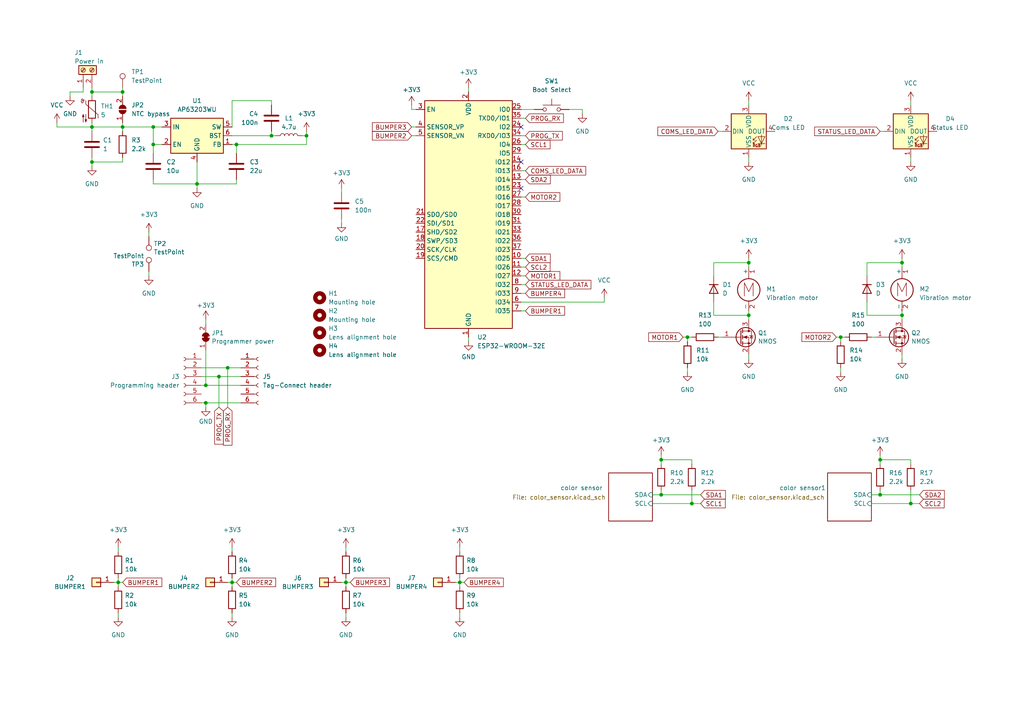
<source format=kicad_sch>
(kicad_sch (version 20231120) (generator "eeschema") (generator_version "8.0")
  (paper "A4")
  (lib_symbols
    (symbol "Connector:Conn_01x06_Socket" (pin_names (offset 1.016) hide)
      (property "Reference" "J" (at 0 7.62 0))
      (property "Value" "Conn_01x06_Socket" (at 0 -10.16 0))
      (symbol "Conn_01x06_Socket_1_1"
        (arc (start 0 -7.112) (mid -0.5058 -7.62) (end 0 -8.128) (stroke (width 0.1524)))
        (arc (start 0 -4.572) (mid -0.5058 -5.08) (end 0 -5.588) (stroke (width 0.1524)))
        (arc (start 0 -2.032) (mid -0.5058 -2.54) (end 0 -3.048) (stroke (width 0.1524)))
        (polyline (pts (xy -1.27 -7.62) (xy -0.508 -7.62)) (stroke (width 0.1524)))
        (polyline (pts (xy -1.27 -5.08) (xy -0.508 -5.08)) (stroke (width 0.1524)))
        (polyline (pts (xy -1.27 -2.54) (xy -0.508 -2.54)) (stroke (width 0.1524)))
        (polyline (pts (xy -1.27 0) (xy -0.508 0)) (stroke (width 0.1524)))
        (polyline (pts (xy -1.27 2.54) (xy -0.508 2.54)) (stroke (width 0.1524)))
        (polyline (pts (xy -1.27 5.08) (xy -0.508 5.08)) (stroke (width 0.1524)))
        (arc (start 0 0.508) (mid -0.5058 0) (end 0 -0.508) (stroke (width 0.1524)))
        (arc (start 0 3.048) (mid -0.5058 2.54) (end 0 2.032) (stroke (width 0.1524)))
        (arc (start 0 5.588) (mid -0.5058 5.08) (end 0 4.572) (stroke (width 0.1524)))
        (pin passive line (at -5.08 5.08 0) (length 3.81) (name "Pin_1") (number "1"))
        (pin passive line (at -5.08 2.54 0) (length 3.81) (name "Pin_2") (number "2"))
        (pin passive line (at -5.08 0 0) (length 3.81) (name "Pin_3") (number "3"))
        (pin passive line (at -5.08 -2.54 0) (length 3.81) (name "Pin_4") (number "4"))
        (pin passive line (at -5.08 -5.08 0) (length 3.81) (name "Pin_5") (number "5"))
        (pin passive line (at -5.08 -7.62 0) (length 3.81) (name "Pin_6") (number "6"))
      )
    )
    (symbol "Connector:Screw_Terminal_01x02" (pin_names (offset 1.016) hide)
      (property "Reference" "J" (at 0 2.54 0))
      (property "Value" "Screw_Terminal_01x02" (at 0 -5.08 0))
      (symbol "Screw_Terminal_01x02_1_1"
        (rectangle (start -1.27 1.27) (end 1.27 -3.81) (stroke (width 0.254)) (fill (type background)))
        (circle (center 0 -2.54) (radius 0.635) (stroke (width 0.1524)))
        (polyline (pts (xy -0.5334 -2.2098) (xy 0.3302 -3.048)) (stroke (width 0.1524)))
        (polyline (pts (xy -0.5334 0.3302) (xy 0.3302 -0.508)) (stroke (width 0.1524)))
        (polyline (pts (xy -0.3556 -2.032) (xy 0.508 -2.8702)) (stroke (width 0.1524)))
        (polyline (pts (xy -0.3556 0.508) (xy 0.508 -0.3302)) (stroke (width 0.1524)))
        (circle (center 0 0) (radius 0.635) (stroke (width 0.1524)))
        (pin passive line (at -5.08 0 0) (length 3.81) (name "Pin_1") (number "1"))
        (pin passive line (at -5.08 -2.54 0) (length 3.81) (name "Pin_2") (number "2"))
      )
    )
    (symbol "Connector:TestPoint" (pin_numbers hide) (pin_names (offset 0.762) hide)
      (property "Reference" "TP" (at 0 6.858 0))
      (property "Value" "TestPoint" (at 0 5.08 0))
      (symbol "TestPoint_0_1"
        (circle (center 0 3.302) (radius 0.762))
      )
      (symbol "TestPoint_1_1"
        (pin passive line (at 0 0 90) (length 2.54) (name "1") (number "1"))
      )
    )
    (symbol "Connector_Generic:Conn_01x01" (pin_names (offset 1.016) hide)
      (property "Reference" "J" (at 0 2.54 0))
      (property "Value" "Conn_01x01" (at 0 -2.54 0))
      (symbol "Conn_01x01_1_1"
        (rectangle (start -1.27 0.127) (end 0 -0.127) (stroke (width 0.1524)))
        (rectangle (start -1.27 1.27) (end 1.27 -1.27) (stroke (width 0.254)) (fill (type background)))
        (pin passive line (at -5.08 0 0) (length 3.81) (name "Pin_1") (number "1"))
      )
    )
    (symbol "Device:C" (pin_numbers hide) (pin_names (offset 0.254))
      (property "Reference" "C" (at 0.635 2.54 0))
      (property "Value" "C" (at 0.635 -2.54 0))
      (symbol "C_0_1"
        (polyline (pts (xy -2.032 -0.762) (xy 2.032 -0.762)) (stroke (width 0.508)))
        (polyline (pts (xy -2.032 0.762) (xy 2.032 0.762)) (stroke (width 0.508)))
      )
      (symbol "C_1_1"
        (pin passive line (at 0 3.81 270) (length 2.794) (name "~") (number "1"))
        (pin passive line (at 0 -3.81 90) (length 2.794) (name "~") (number "2"))
      )
    )
    (symbol "Device:D" (pin_numbers hide) (pin_names (offset 1.016) hide)
      (property "Reference" "D" (at 0 2.54 0))
      (property "Value" "D" (at 0 -2.54 0))
      (symbol "D_0_1"
        (polyline (pts (xy -1.27 1.27) (xy -1.27 -1.27)) (stroke (width 0.254)))
        (polyline (pts (xy 1.27 0) (xy -1.27 0)))
        (polyline (pts (xy 1.27 1.27) (xy 1.27 -1.27) (xy -1.27 0) (xy 1.27 1.27)) (stroke (width 0.254)))
      )
      (symbol "D_1_1"
        (pin passive line (at -3.81 0 0) (length 2.54) (name "K") (number "1"))
        (pin passive line (at 3.81 0 180) (length 2.54) (name "A") (number "2"))
      )
    )
    (symbol "Device:L" (pin_numbers hide) (pin_names (offset 1.016) hide)
      (property "Reference" "L" (at -1.27 0 90))
      (property "Value" "L" (at 1.905 0 90))
      (symbol "L_0_1"
        (arc (start 0 -2.54) (mid 0.6323 -1.905) (end 0 -1.27))
        (arc (start 0 -1.27) (mid 0.6323 -0.635) (end 0 0))
        (arc (start 0 0) (mid 0.6323 0.635) (end 0 1.27))
        (arc (start 0 1.27) (mid 0.6323 1.905) (end 0 2.54))
      )
      (symbol "L_1_1"
        (pin passive line (at 0 3.81 270) (length 1.27) (name "1") (number "1"))
        (pin passive line (at 0 -3.81 90) (length 1.27) (name "2") (number "2"))
      )
    )
    (symbol "Device:Q_NMOS_GSD" (pin_names (offset 0) hide)
      (property "Reference" "Q" (at 5.08 1.27 0))
      (property "Value" "Q_NMOS_GSD" (at 5.08 -1.27 0))
      (symbol "Q_NMOS_GSD_0_1"
        (polyline (pts (xy 0.254 0) (xy -2.54 0)))
        (polyline (pts (xy 0.254 1.905) (xy 0.254 -1.905)) (stroke (width 0.254)))
        (polyline (pts (xy 0.762 -1.27) (xy 0.762 -2.286)) (stroke (width 0.254)))
        (polyline (pts (xy 0.762 0.508) (xy 0.762 -0.508)) (stroke (width 0.254)))
        (polyline (pts (xy 0.762 2.286) (xy 0.762 1.27)) (stroke (width 0.254)))
        (polyline (pts (xy 2.54 2.54) (xy 2.54 1.778)))
        (polyline (pts (xy 2.54 -2.54) (xy 2.54 0) (xy 0.762 0)))
        (polyline (pts (xy 0.762 -1.778) (xy 3.302 -1.778) (xy 3.302 1.778) (xy 0.762 1.778)))
        (polyline (pts (xy 1.016 0) (xy 2.032 0.381) (xy 2.032 -0.381) (xy 1.016 0)) (fill (type outline)))
        (polyline (pts (xy 2.794 0.508) (xy 2.921 0.381) (xy 3.683 0.381) (xy 3.81 0.254)))
        (polyline (pts (xy 3.302 0.381) (xy 2.921 -0.254) (xy 3.683 -0.254) (xy 3.302 0.381)))
        (circle (center 1.651 0) (radius 2.794) (stroke (width 0.254)))
        (circle (center 2.54 -1.778) (radius 0.254) (fill (type outline)))
        (circle (center 2.54 1.778) (radius 0.254) (fill (type outline)))
      )
      (symbol "Q_NMOS_GSD_1_1"
        (pin input line (at -5.08 0 0) (length 2.54) (name "G") (number "1"))
        (pin passive line (at 2.54 -5.08 90) (length 2.54) (name "S") (number "2"))
        (pin passive line (at 2.54 5.08 270) (length 2.54) (name "D") (number "3"))
      )
    )
    (symbol "Device:R" (pin_numbers hide) (pin_names (offset 0))
      (property "Reference" "R" (at 2.032 0 90))
      (property "Value" "R" (at 0 0 90))
      (symbol "R_0_1"
        (rectangle (start -1.016 -2.54) (end 1.016 2.54) (stroke (width 0.254)))
      )
      (symbol "R_1_1"
        (pin passive line (at 0 3.81 270) (length 1.27) (name "~") (number "1"))
        (pin passive line (at 0 -3.81 90) (length 1.27) (name "~") (number "2"))
      )
    )
    (symbol "Device:Thermistor_NTC" (pin_numbers hide) (pin_names (offset 0))
      (property "Reference" "TH" (at -4.445 0 90))
      (property "Value" "Thermistor_NTC" (at 3.175 0 90))
      (symbol "Thermistor_NTC_0_1"
        (arc (start -3.048 2.159) (mid -3.0495 2.3143) (end -3.175 2.413))
        (arc (start -3.048 2.159) (mid -2.9736 1.9794) (end -2.794 1.905))
        (arc (start -3.048 2.794) (mid -2.9736 2.6144) (end -2.794 2.54))
        (arc (start -2.794 1.905) (mid -2.6144 1.9794) (end -2.54 2.159))
        (arc (start -2.794 2.54) (mid -2.4393 2.5587) (end -2.159 2.794))
        (arc (start -2.794 3.048) (mid -2.9736 2.9736) (end -3.048 2.794))
        (arc (start -2.54 2.794) (mid -2.6144 2.9736) (end -2.794 3.048))
        (rectangle (start -1.016 2.54) (end 1.016 -2.54) (stroke (width 0.254)))
        (polyline (pts (xy -2.54 2.159) (xy -2.54 2.794)))
        (polyline (pts (xy -1.778 2.54) (xy -1.778 1.524) (xy 1.778 -1.524) (xy 1.778 -2.54)))
        (polyline (pts (xy -2.54 -3.683) (xy -2.54 -1.397) (xy -2.794 -2.159) (xy -2.286 -2.159) (xy -2.54 -1.397) (xy -2.54 -1.651)) (fill (type outline)))
        (polyline (pts (xy -1.778 -1.397) (xy -1.778 -3.683) (xy -2.032 -2.921) (xy -1.524 -2.921) (xy -1.778 -3.683) (xy -1.778 -3.429)) (fill (type outline)))
      )
      (symbol "Thermistor_NTC_1_1"
        (pin passive line (at 0 3.81 270) (length 1.27) (name "~") (number "1"))
        (pin passive line (at 0 -3.81 90) (length 1.27) (name "~") (number "2"))
      )
    )
    (symbol "Jumper:SolderJumper_2_Bridged" (pin_names (offset 0) hide)
      (property "Reference" "JP" (at 0 2.032 0))
      (property "Value" "SolderJumper_2_Bridged" (at 0 -2.54 0))
      (symbol "SolderJumper_2_Bridged_0_1"
        (rectangle (start -0.508 0.508) (end 0.508 -0.508) (fill (type outline)))
        (arc (start -0.254 1.016) (mid -1.2656 0) (end -0.254 -1.016))
        (arc (start -0.254 1.016) (mid -1.2656 0) (end -0.254 -1.016) (fill (type outline)))
        (polyline (pts (xy -0.254 1.016) (xy -0.254 -1.016)))
        (polyline (pts (xy 0.254 1.016) (xy 0.254 -1.016)))
        (arc (start 0.254 -1.016) (mid 1.2656 0) (end 0.254 1.016))
        (arc (start 0.254 -1.016) (mid 1.2656 0) (end 0.254 1.016) (fill (type outline)))
      )
      (symbol "SolderJumper_2_Bridged_1_1"
        (pin passive line (at -3.81 0 0) (length 2.54) (name "A") (number "1"))
        (pin passive line (at 3.81 0 180) (length 2.54) (name "B") (number "2"))
      )
    )
    (symbol "Jumper:SolderJumper_2_Open" (pin_names (offset 0) hide)
      (property "Reference" "JP" (at 0 2.032 0))
      (property "Value" "SolderJumper_2_Open" (at 0 -2.54 0))
      (symbol "SolderJumper_2_Open_0_1"
        (arc (start -0.254 1.016) (mid -1.2656 0) (end -0.254 -1.016))
        (arc (start -0.254 1.016) (mid -1.2656 0) (end -0.254 -1.016) (fill (type outline)))
        (polyline (pts (xy -0.254 1.016) (xy -0.254 -1.016)))
        (polyline (pts (xy 0.254 1.016) (xy 0.254 -1.016)))
        (arc (start 0.254 -1.016) (mid 1.2656 0) (end 0.254 1.016))
        (arc (start 0.254 -1.016) (mid 1.2656 0) (end 0.254 1.016) (fill (type outline)))
      )
      (symbol "SolderJumper_2_Open_1_1"
        (pin passive line (at -3.81 0 0) (length 2.54) (name "A") (number "1"))
        (pin passive line (at 3.81 0 180) (length 2.54) (name "B") (number "2"))
      )
    )
    (symbol "LED:SK6812" (pin_names (offset 0.254))
      (property "Reference" "D" (at 5.08 5.715 0))
      (property "Value" "SK6812" (at 1.27 -5.715 0))
      (symbol "SK6812_0_0"
        (text "RGB" (at 2.286 -4.191 0) (effects (font (size 0.762 0.762))))
      )
      (symbol "SK6812_0_1"
        (polyline (pts (xy 1.27 -3.556) (xy 1.778 -3.556)))
        (polyline (pts (xy 1.27 -2.54) (xy 1.778 -2.54)))
        (polyline (pts (xy 4.699 -3.556) (xy 2.667 -3.556)))
        (polyline (pts (xy 2.286 -2.54) (xy 1.27 -3.556) (xy 1.27 -3.048)))
        (polyline (pts (xy 2.286 -1.524) (xy 1.27 -2.54) (xy 1.27 -2.032)))
        (polyline (pts (xy 3.683 -1.016) (xy 3.683 -3.556) (xy 3.683 -4.064)))
        (polyline (pts (xy 4.699 -1.524) (xy 2.667 -1.524) (xy 3.683 -3.556) (xy 4.699 -1.524)))
        (rectangle (start 5.08 5.08) (end -5.08 -5.08) (stroke (width 0.254)) (fill (type background)))
      )
      (symbol "SK6812_1_1"
        (pin power_in line (at 0 -7.62 90) (length 2.54) (name "VSS") (number "1"))
        (pin input line (at -7.62 0 0) (length 2.54) (name "DIN") (number "2"))
        (pin power_in line (at 0 7.62 270) (length 2.54) (name "VDD") (number "3"))
        (pin output line (at 7.62 0 180) (length 2.54) (name "DOUT") (number "4"))
      )
    )
    (symbol "Mechanical:MountingHole" (pin_names (offset 1.016))
      (property "Reference" "H" (at 0 5.08 0))
      (property "Value" "MountingHole" (at 0 3.175 0))
      (symbol "MountingHole_0_1"
        (circle (center 0 0) (radius 1.27) (stroke (width 1.27)))
      )
    )
    (symbol "Motor:Motor_DC" (pin_names (offset 0))
      (property "Reference" "M" (at 2.54 2.54 0))
      (property "Value" "Motor_DC" (at 2.54 -5.08 0))
      (symbol "Motor_DC_0_0"
        (polyline (pts (xy -1.27 -3.302) (xy -1.27 0.508) (xy 0 -2.032) (xy 1.27 0.508) (xy 1.27 -3.302)))
      )
      (symbol "Motor_DC_0_1"
        (circle (center 0 -1.524) (radius 3.2512) (stroke (width 0.254)))
        (polyline (pts (xy 0 -7.62) (xy 0 -7.112)))
        (polyline (pts (xy 0 -4.7752) (xy 0 -5.1816)))
        (polyline (pts (xy 0 1.7272) (xy 0 2.0828)))
        (polyline (pts (xy 0 2.032) (xy 0 2.54)))
      )
      (symbol "Motor_DC_1_1"
        (pin passive line (at 0 5.08 270) (length 2.54) (name "+") (number "1"))
        (pin passive line (at 0 -7.62 90) (length 2.54) (name "-") (number "2"))
      )
    )
    (symbol "RF_Module:ESP32-WROOM-32D"
      (property "Reference" "U" (at -12.7 34.29 0))
      (property "Value" "ESP32-WROOM-32D" (at 1.27 34.29 0))
      (symbol "ESP32-WROOM-32D_0_1"
        (rectangle (start -12.7 33.02) (end 12.7 -33.02) (stroke (width 0.254)) (fill (type background)))
      )
      (symbol "ESP32-WROOM-32D_1_1"
        (pin power_in line (at 0 -35.56 90) (length 2.54) (name "GND") (number "1"))
        (pin bidirectional line (at 15.24 -12.7 180) (length 2.54) (name "IO25") (number "10"))
        (pin bidirectional line (at 15.24 -15.24 180) (length 2.54) (name "IO26") (number "11"))
        (pin bidirectional line (at 15.24 -17.78 180) (length 2.54) (name "IO27") (number "12"))
        (pin bidirectional line (at 15.24 10.16 180) (length 2.54) (name "IO14") (number "13"))
        (pin bidirectional line (at 15.24 15.24 180) (length 2.54) (name "IO12") (number "14"))
        (pin passive line (at 0 -35.56 90) (length 2.54) hide (name "GND") (number "15"))
        (pin bidirectional line (at 15.24 12.7 180) (length 2.54) (name "IO13") (number "16"))
        (pin bidirectional line (at -15.24 -5.08 0) (length 2.54) (name "SHD/SD2") (number "17"))
        (pin bidirectional line (at -15.24 -7.62 0) (length 2.54) (name "SWP/SD3") (number "18"))
        (pin bidirectional line (at -15.24 -12.7 0) (length 2.54) (name "SCS/CMD") (number "19"))
        (pin power_in line (at 0 35.56 270) (length 2.54) (name "VDD") (number "2"))
        (pin bidirectional line (at -15.24 -10.16 0) (length 2.54) (name "SCK/CLK") (number "20"))
        (pin bidirectional line (at -15.24 0 0) (length 2.54) (name "SDO/SD0") (number "21"))
        (pin bidirectional line (at -15.24 -2.54 0) (length 2.54) (name "SDI/SD1") (number "22"))
        (pin bidirectional line (at 15.24 7.62 180) (length 2.54) (name "IO15") (number "23"))
        (pin bidirectional line (at 15.24 25.4 180) (length 2.54) (name "IO2") (number "24"))
        (pin bidirectional line (at 15.24 30.48 180) (length 2.54) (name "IO0") (number "25"))
        (pin bidirectional line (at 15.24 20.32 180) (length 2.54) (name "IO4") (number "26"))
        (pin bidirectional line (at 15.24 5.08 180) (length 2.54) (name "IO16") (number "27"))
        (pin bidirectional line (at 15.24 2.54 180) (length 2.54) (name "IO17") (number "28"))
        (pin bidirectional line (at 15.24 17.78 180) (length 2.54) (name "IO5") (number "29"))
        (pin input line (at -15.24 30.48 0) (length 2.54) (name "EN") (number "3"))
        (pin bidirectional line (at 15.24 0 180) (length 2.54) (name "IO18") (number "30"))
        (pin bidirectional line (at 15.24 -2.54 180) (length 2.54) (name "IO19") (number "31"))
        (pin no_connect line (at -12.7 -27.94 0) (length 2.54) hide (name "NC") (number "32"))
        (pin bidirectional line (at 15.24 -5.08 180) (length 2.54) (name "IO21") (number "33"))
        (pin bidirectional line (at 15.24 22.86 180) (length 2.54) (name "RXD0/IO3") (number "34"))
        (pin bidirectional line (at 15.24 27.94 180) (length 2.54) (name "TXD0/IO1") (number "35"))
        (pin bidirectional line (at 15.24 -7.62 180) (length 2.54) (name "IO22") (number "36"))
        (pin bidirectional line (at 15.24 -10.16 180) (length 2.54) (name "IO23") (number "37"))
        (pin passive line (at 0 -35.56 90) (length 2.54) hide (name "GND") (number "38"))
        (pin passive line (at 0 -35.56 90) (length 2.54) hide (name "GND") (number "39"))
        (pin input line (at -15.24 25.4 0) (length 2.54) (name "SENSOR_VP") (number "4"))
        (pin input line (at -15.24 22.86 0) (length 2.54) (name "SENSOR_VN") (number "5"))
        (pin input line (at 15.24 -25.4 180) (length 2.54) (name "IO34") (number "6"))
        (pin input line (at 15.24 -27.94 180) (length 2.54) (name "IO35") (number "7"))
        (pin bidirectional line (at 15.24 -20.32 180) (length 2.54) (name "IO32") (number "8"))
        (pin bidirectional line (at 15.24 -22.86 180) (length 2.54) (name "IO33") (number "9"))
      )
    )
    (symbol "Regulator_Switching:AP63203WU"
      (property "Reference" "U" (at -7.62 6.35 0))
      (property "Value" "AP63203WU" (at 2.54 6.35 0))
      (symbol "AP63203WU_0_1"
        (rectangle (start -7.62 5.08) (end 7.62 -5.08) (stroke (width 0.254)) (fill (type background)))
      )
      (symbol "AP63203WU_1_1"
        (pin input line (at 10.16 -2.54 180) (length 2.54) (name "FB") (number "1"))
        (pin input line (at -10.16 -2.54 0) (length 2.54) (name "EN") (number "2"))
        (pin power_in line (at -10.16 2.54 0) (length 2.54) (name "IN") (number "3"))
        (pin power_in line (at 0 -7.62 90) (length 2.54) (name "GND") (number "4"))
        (pin output line (at 10.16 2.54 180) (length 2.54) (name "SW") (number "5"))
        (pin passive line (at 10.16 0 180) (length 2.54) (name "BST") (number "6"))
      )
    )
    (symbol "Switch:SW_Push" (pin_numbers hide) (pin_names (offset 1.016) hide)
      (property "Reference" "SW" (at 1.27 2.54 0))
      (property "Value" "SW_Push" (at 0 -1.524 0))
      (symbol "SW_Push_0_1"
        (circle (center -2.032 0) (radius 0.508))
        (polyline (pts (xy 0 1.27) (xy 0 3.048)))
        (polyline (pts (xy 2.54 1.27) (xy -2.54 1.27)))
        (circle (center 2.032 0) (radius 0.508))
        (pin passive line (at -5.08 0 0) (length 2.54) (name "1") (number "1"))
        (pin passive line (at 5.08 0 180) (length 2.54) (name "2") (number "2"))
      )
    )
    (symbol "power:+3V3" (power) (pin_names (offset 0))
      (property "Value" "+3V3" (at 0 3.556 0))
      (symbol "+3V3_0_1"
        (polyline (pts (xy -0.762 1.27) (xy 0 2.54)))
        (polyline (pts (xy 0 0) (xy 0 2.54)))
        (polyline (pts (xy 0 2.54) (xy 0.762 1.27)))
      )
      (symbol "+3V3_1_1"
        (pin power_in line (at 0 0 90) (length 0) hide (name "+3V3") (number "1"))
      )
    )
    (symbol "power:GND" (power) (pin_names (offset 0))
      (property "Value" "GND" (at 0 -3.81 0))
      (symbol "GND_0_1"
        (polyline (pts (xy 0 0) (xy 0 -1.27) (xy 1.27 -1.27) (xy 0 -2.54) (xy -1.27 -1.27) (xy 0 -1.27)))
      )
      (symbol "GND_1_1"
        (pin power_in line (at 0 0 270) (length 0) hide (name "GND") (number "1"))
      )
    )
    (symbol "power:VCC" (power) (pin_names (offset 0))
      (property "Value" "VCC" (at 0 3.81 0))
      (symbol "VCC_0_1"
        (polyline (pts (xy -0.762 1.27) (xy 0 2.54)))
        (polyline (pts (xy 0 0) (xy 0 2.54)))
        (polyline (pts (xy 0 2.54) (xy 0.762 1.27)))
      )
      (symbol "VCC_1_1"
        (pin power_in line (at 0 0 90) (length 0) hide (name "VCC") (number "1"))
      )
    )
  )
  (junction (at 34.29 168.91))
  (junction (at 63.5 109.22))
  (junction (at 191.77 133.35))
  (junction (at 255.27 143.51))
  (junction (at 261.62 91.44))
  (junction (at 68.58 41.91))
  (junction (at 133.35 168.91))
  (junction (at 217.17 91.44))
  (junction (at 243.84 97.79))
  (junction (at 44.45 41.91))
  (junction (at 59.69 111.76))
  (junction (at 26.67 26.67))
  (junction (at 35.56 26.67))
  (junction (at 217.17 76.2))
  (junction (at 78.74 39.37))
  (junction (at 35.56 36.83))
  (junction (at 57.15 53.34))
  (junction (at 26.67 36.83))
  (junction (at 264.16 146.05))
  (junction (at 255.27 133.35))
  (junction (at 261.62 76.2))
  (junction (at 67.31 168.91))
  (junction (at 191.77 143.51))
  (junction (at 44.45 36.83))
  (junction (at 199.39 97.79))
  (junction (at 88.9 39.37))
  (junction (at 66.04 106.68))
  (junction (at 200.66 146.05))
  (junction (at 100.33 168.91))
  (junction (at 59.69 116.84))
  (junction (at 26.67 46.99))
  (no_connect (at 151.13 46.99))
  (no_connect (at 151.13 54.61))
  (no_connect (at 151.13 36.83))
  (wire (pts (xy 151.13 80.01) (xy 152.4 80.01)))
  (wire (pts (xy 34.29 158.75) (xy 34.29 160.02)))
  (wire (pts (xy 255.27 38.1) (xy 256.54 38.1)))
  (wire (pts (xy 26.67 26.67) (xy 26.67 27.94)))
  (wire (pts (xy 100.33 168.91) (xy 100.33 170.18)))
  (wire (pts (xy 78.74 39.37) (xy 78.74 38.1)))
  (wire (pts (xy 133.35 158.75) (xy 133.35 160.02)))
  (wire (pts (xy 88.9 39.37) (xy 88.9 41.91)))
  (wire (pts (xy 44.45 41.91) (xy 44.45 44.45)))
  (wire (pts (xy 261.62 90.17) (xy 261.62 91.44)))
  (wire (pts (xy 99.06 168.91) (xy 100.33 168.91)))
  (wire (pts (xy 63.5 109.22) (xy 58.42 109.22)))
  (wire (pts (xy 264.16 146.05) (xy 266.7 146.05)))
  (wire (pts (xy 26.67 25.4) (xy 26.67 26.67)))
  (wire (pts (xy 63.5 118.11) (xy 63.5 109.22)))
  (wire (pts (xy 66.04 106.68) (xy 58.42 106.68)))
  (wire (pts (xy 35.56 36.83) (xy 44.45 36.83)))
  (wire (pts (xy 207.01 91.44) (xy 217.17 91.44)))
  (wire (pts (xy 34.29 177.8) (xy 34.29 179.07)))
  (wire (pts (xy 200.66 142.24) (xy 200.66 146.05)))
  (wire (pts (xy 35.56 38.1) (xy 35.56 36.83)))
  (wire (pts (xy 34.29 167.64) (xy 34.29 168.91)))
  (wire (pts (xy 199.39 97.79) (xy 200.66 97.79)))
  (wire (pts (xy 264.16 45.72) (xy 264.16 46.99)))
  (wire (pts (xy 133.35 167.64) (xy 133.35 168.91)))
  (wire (pts (xy 59.69 116.84) (xy 69.85 116.84)))
  (wire (pts (xy 151.13 77.47) (xy 152.4 77.47)))
  (wire (pts (xy 44.45 53.34) (xy 57.15 53.34)))
  (wire (pts (xy 66.04 118.11) (xy 66.04 106.68)))
  (wire (pts (xy 58.42 116.84) (xy 59.69 116.84)))
  (wire (pts (xy 152.4 85.09) (xy 151.13 85.09)))
  (wire (pts (xy 243.84 97.79) (xy 245.11 97.79)))
  (wire (pts (xy 208.28 38.1) (xy 209.55 38.1)))
  (wire (pts (xy 199.39 97.79) (xy 199.39 99.06)))
  (wire (pts (xy 59.69 111.76) (xy 69.85 111.76)))
  (wire (pts (xy 217.17 45.72) (xy 217.17 46.99)))
  (wire (pts (xy 151.13 87.63) (xy 175.26 87.63)))
  (wire (pts (xy 99.06 54.61) (xy 99.06 55.88)))
  (wire (pts (xy 26.67 48.26) (xy 26.67 46.99)))
  (wire (pts (xy 68.58 41.91) (xy 67.31 41.91)))
  (wire (pts (xy 261.62 74.93) (xy 261.62 76.2)))
  (wire (pts (xy 80.01 39.37) (xy 78.74 39.37)))
  (wire (pts (xy 255.27 142.24) (xy 255.27 143.51)))
  (wire (pts (xy 44.45 52.07) (xy 44.45 53.34)))
  (wire (pts (xy 67.31 158.75) (xy 67.31 160.02)))
  (wire (pts (xy 135.89 25.4) (xy 135.89 26.67)))
  (wire (pts (xy 242.57 97.79) (xy 243.84 97.79)))
  (wire (pts (xy 67.31 177.8) (xy 67.31 179.07)))
  (wire (pts (xy 151.13 31.75) (xy 154.94 31.75)))
  (wire (pts (xy 151.13 39.37) (xy 152.4 39.37)))
  (wire (pts (xy 16.51 36.83) (xy 16.51 35.56)))
  (wire (pts (xy 26.67 26.67) (xy 35.56 26.67)))
  (wire (pts (xy 67.31 168.91) (xy 68.58 168.91)))
  (wire (pts (xy 35.56 45.72) (xy 35.56 46.99)))
  (wire (pts (xy 191.77 132.08) (xy 191.77 133.35)))
  (wire (pts (xy 133.35 177.8) (xy 133.35 179.07)))
  (wire (pts (xy 191.77 142.24) (xy 191.77 143.51)))
  (wire (pts (xy 24.13 25.4) (xy 24.13 26.67)))
  (wire (pts (xy 191.77 134.62) (xy 191.77 133.35)))
  (wire (pts (xy 43.18 67.31) (xy 43.18 68.58)))
  (wire (pts (xy 66.04 168.91) (xy 67.31 168.91)))
  (wire (pts (xy 255.27 143.51) (xy 252.73 143.51)))
  (wire (pts (xy 34.29 168.91) (xy 34.29 170.18)))
  (wire (pts (xy 78.74 29.21) (xy 78.74 30.48)))
  (wire (pts (xy 251.46 80.01) (xy 251.46 76.2)))
  (wire (pts (xy 63.5 109.22) (xy 69.85 109.22)))
  (wire (pts (xy 67.31 167.64) (xy 67.31 168.91)))
  (wire (pts (xy 207.01 87.63) (xy 207.01 91.44)))
  (wire (pts (xy 151.13 52.07) (xy 152.4 52.07)))
  (wire (pts (xy 264.16 142.24) (xy 264.16 146.05)))
  (wire (pts (xy 133.35 168.91) (xy 134.62 168.91)))
  (wire (pts (xy 88.9 38.1) (xy 88.9 39.37)))
  (wire (pts (xy 217.17 74.93) (xy 217.17 76.2)))
  (wire (pts (xy 35.56 36.83) (xy 26.67 36.83)))
  (wire (pts (xy 100.33 158.75) (xy 100.33 160.02)))
  (wire (pts (xy 217.17 102.87) (xy 217.17 104.14)))
  (wire (pts (xy 58.42 111.76) (xy 59.69 111.76)))
  (wire (pts (xy 33.02 168.91) (xy 34.29 168.91)))
  (wire (pts (xy 20.32 26.67) (xy 20.32 27.94)))
  (wire (pts (xy 66.04 106.68) (xy 69.85 106.68)))
  (wire (pts (xy 26.67 36.83) (xy 26.67 38.1)))
  (wire (pts (xy 264.16 134.62) (xy 264.16 133.35)))
  (wire (pts (xy 68.58 53.34) (xy 57.15 53.34)))
  (wire (pts (xy 26.67 35.56) (xy 26.67 36.83)))
  (wire (pts (xy 16.51 36.83) (xy 26.67 36.83)))
  (wire (pts (xy 67.31 39.37) (xy 78.74 39.37)))
  (wire (pts (xy 255.27 143.51) (xy 266.7 143.51)))
  (wire (pts (xy 59.69 111.76) (xy 59.69 101.6)))
  (wire (pts (xy 35.56 46.99) (xy 26.67 46.99)))
  (wire (pts (xy 120.65 36.83) (xy 119.38 36.83)))
  (wire (pts (xy 191.77 143.51) (xy 189.23 143.51)))
  (wire (pts (xy 264.16 146.05) (xy 252.73 146.05)))
  (wire (pts (xy 191.77 143.51) (xy 203.2 143.51)))
  (wire (pts (xy 68.58 41.91) (xy 88.9 41.91)))
  (wire (pts (xy 255.27 132.08) (xy 255.27 133.35)))
  (wire (pts (xy 217.17 76.2) (xy 217.17 77.47)))
  (wire (pts (xy 99.06 63.5) (xy 99.06 64.77)))
  (wire (pts (xy 67.31 29.21) (xy 67.31 36.83)))
  (wire (pts (xy 100.33 177.8) (xy 100.33 179.07)))
  (wire (pts (xy 24.13 26.67) (xy 20.32 26.67)))
  (wire (pts (xy 251.46 91.44) (xy 261.62 91.44)))
  (wire (pts (xy 35.56 25.4) (xy 35.56 26.67)))
  (wire (pts (xy 207.01 80.01) (xy 207.01 76.2)))
  (wire (pts (xy 243.84 97.79) (xy 243.84 99.06)))
  (wire (pts (xy 44.45 41.91) (xy 44.45 36.83)))
  (wire (pts (xy 152.4 90.17) (xy 151.13 90.17)))
  (wire (pts (xy 26.67 45.72) (xy 26.67 46.99)))
  (wire (pts (xy 217.17 90.17) (xy 217.17 91.44)))
  (wire (pts (xy 135.89 97.79) (xy 135.89 99.06)))
  (wire (pts (xy 57.15 54.61) (xy 57.15 53.34)))
  (wire (pts (xy 78.74 29.21) (xy 67.31 29.21)))
  (wire (pts (xy 35.56 27.94) (xy 35.56 26.67)))
  (wire (pts (xy 264.16 29.21) (xy 264.16 30.48)))
  (wire (pts (xy 252.73 97.79) (xy 254 97.79)))
  (wire (pts (xy 217.17 29.21) (xy 217.17 30.48)))
  (wire (pts (xy 255.27 134.62) (xy 255.27 133.35)))
  (wire (pts (xy 261.62 91.44) (xy 261.62 92.71)))
  (wire (pts (xy 68.58 52.07) (xy 68.58 53.34)))
  (wire (pts (xy 151.13 49.53) (xy 152.4 49.53)))
  (wire (pts (xy 151.13 74.93) (xy 152.4 74.93)))
  (wire (pts (xy 132.08 168.91) (xy 133.35 168.91)))
  (wire (pts (xy 151.13 82.55) (xy 152.4 82.55)))
  (wire (pts (xy 120.65 39.37) (xy 119.38 39.37)))
  (wire (pts (xy 57.15 46.99) (xy 57.15 53.34)))
  (wire (pts (xy 59.69 116.84) (xy 59.69 118.11)))
  (wire (pts (xy 133.35 168.91) (xy 133.35 170.18)))
  (wire (pts (xy 200.66 134.62) (xy 200.66 133.35)))
  (wire (pts (xy 207.01 76.2) (xy 217.17 76.2)))
  (wire (pts (xy 217.17 91.44) (xy 217.17 92.71)))
  (wire (pts (xy 119.38 31.75) (xy 120.65 31.75)))
  (wire (pts (xy 199.39 106.68) (xy 199.39 107.95)))
  (wire (pts (xy 100.33 168.91) (xy 101.6 168.91)))
  (wire (pts (xy 264.16 133.35) (xy 255.27 133.35)))
  (wire (pts (xy 208.28 97.79) (xy 209.55 97.79)))
  (wire (pts (xy 200.66 133.35) (xy 191.77 133.35)))
  (wire (pts (xy 261.62 76.2) (xy 261.62 77.47)))
  (wire (pts (xy 151.13 57.15) (xy 152.4 57.15)))
  (wire (pts (xy 151.13 34.29) (xy 152.4 34.29)))
  (wire (pts (xy 43.18 80.01) (xy 43.18 78.74)))
  (wire (pts (xy 44.45 36.83) (xy 46.99 36.83)))
  (wire (pts (xy 100.33 167.64) (xy 100.33 168.91)))
  (wire (pts (xy 87.63 39.37) (xy 88.9 39.37)))
  (wire (pts (xy 251.46 76.2) (xy 261.62 76.2)))
  (wire (pts (xy 119.38 30.48) (xy 119.38 31.75)))
  (wire (pts (xy 59.69 93.98) (xy 59.69 92.71)))
  (wire (pts (xy 198.12 97.79) (xy 199.39 97.79)))
  (wire (pts (xy 46.99 41.91) (xy 44.45 41.91)))
  (wire (pts (xy 200.66 146.05) (xy 203.2 146.05)))
  (wire (pts (xy 151.13 41.91) (xy 152.4 41.91)))
  (wire (pts (xy 165.1 31.75) (xy 168.91 31.75)))
  (wire (pts (xy 243.84 106.68) (xy 243.84 107.95)))
  (wire (pts (xy 67.31 168.91) (xy 67.31 170.18)))
  (wire (pts (xy 168.91 31.75) (xy 168.91 33.02)))
  (wire (pts (xy 175.26 86.36) (xy 175.26 87.63)))
  (wire (pts (xy 261.62 102.87) (xy 261.62 104.14)))
  (wire (pts (xy 200.66 146.05) (xy 189.23 146.05)))
  (wire (pts (xy 68.58 41.91) (xy 68.58 44.45)))
  (wire (pts (xy 35.56 35.56) (xy 35.56 36.83)))
  (wire (pts (xy 34.29 168.91) (xy 35.56 168.91)))
  (wire (pts (xy 251.46 87.63) (xy 251.46 91.44)))
  (global_label "BUMPER1" (shape input) (at 152.4 90.17 0) (property "Intersheetrefs" "${INTERSHEET_REFS}" (effects (hide yes))))
  (global_label "SCL1" (shape input) (at 152.4 41.91 0) (property "Intersheetrefs" "${INTERSHEET_REFS}" (effects (hide yes))))
  (global_label "COMS_LED_DATA" (shape input) (at 152.4 49.53 0) (property "Intersheetrefs" "${INTERSHEET_REFS}" (effects (hide yes))))
  (global_label "SCL2" (shape input) (at 152.4 77.47 0) (property "Intersheetrefs" "${INTERSHEET_REFS}" (effects (hide yes))))
  (global_label "BUMPER4" (shape input) (at 134.62 168.91 0) (property "Intersheetrefs" "${INTERSHEET_REFS}" (effects (hide yes))))
  (global_label "PROG_RX" (shape input) (at 152.4 34.29 0) (property "Intersheetrefs" "${INTERSHEET_REFS}" (effects (hide yes))))
  (global_label "SDA2" (shape input) (at 152.4 52.07 0) (property "Intersheetrefs" "${INTERSHEET_REFS}" (effects (hide yes))))
  (global_label "BUMPER3" (shape input) (at 101.6 168.91 0) (property "Intersheetrefs" "${INTERSHEET_REFS}" (effects (hide yes))))
  (global_label "BUMPER1" (shape input) (at 35.56 168.91 0) (property "Intersheetrefs" "${INTERSHEET_REFS}" (effects (hide yes))))
  (global_label "STATUS_LED_DATA" (shape input) (at 255.27 38.1 180) (property "Intersheetrefs" "${INTERSHEET_REFS}" (effects (hide yes))))
  (global_label "MOTOR2" (shape input) (at 242.57 97.79 180) (property "Intersheetrefs" "${INTERSHEET_REFS}" (effects (hide yes))))
  (global_label "SDA2" (shape input) (at 266.7 143.51 0) (property "Intersheetrefs" "${INTERSHEET_REFS}" (effects (hide yes))))
  (global_label "PROG_TX" (shape input) (at 152.4 39.37 0) (property "Intersheetrefs" "${INTERSHEET_REFS}" (effects (hide yes))))
  (global_label "MOTOR1" (shape input) (at 152.4 80.01 0) (property "Intersheetrefs" "${INTERSHEET_REFS}" (effects (hide yes))))
  (global_label "PROG_TX" (shape input) (at 63.5 118.11 270) (property "Intersheetrefs" "${INTERSHEET_REFS}" (effects (hide yes))))
  (global_label "MOTOR1" (shape input) (at 198.12 97.79 180) (property "Intersheetrefs" "${INTERSHEET_REFS}" (effects (hide yes))))
  (global_label "SDA1" (shape input) (at 203.2 143.51 0) (property "Intersheetrefs" "${INTERSHEET_REFS}" (effects (hide yes))))
  (global_label "BUMPER2" (shape input) (at 68.58 168.91 0) (property "Intersheetrefs" "${INTERSHEET_REFS}" (effects (hide yes))))
  (global_label "BUMPER2" (shape input) (at 119.38 39.37 180) (property "Intersheetrefs" "${INTERSHEET_REFS}" (effects (hide yes))))
  (global_label "COMS_LED_DATA" (shape input) (at 208.28 38.1 180) (property "Intersheetrefs" "${INTERSHEET_REFS}" (effects (hide yes))))
  (global_label "BUMPER3" (shape input) (at 119.38 36.83 180) (property "Intersheetrefs" "${INTERSHEET_REFS}" (effects (hide yes))))
  (global_label "BUMPER4" (shape input) (at 152.4 85.09 0) (property "Intersheetrefs" "${INTERSHEET_REFS}" (effects (hide yes))))
  (global_label "SCL1" (shape input) (at 203.2 146.05 0) (property "Intersheetrefs" "${INTERSHEET_REFS}" (effects (hide yes))))
  (global_label "MOTOR2" (shape input) (at 152.4 57.15 0) (property "Intersheetrefs" "${INTERSHEET_REFS}" (effects (hide yes))))
  (global_label "PROG_RX" (shape input) (at 66.04 118.11 270) (property "Intersheetrefs" "${INTERSHEET_REFS}" (effects (hide yes))))
  (global_label "SDA1" (shape input) (at 152.4 74.93 0) (property "Intersheetrefs" "${INTERSHEET_REFS}" (effects (hide yes))))
  (global_label "STATUS_LED_DATA" (shape input) (at 152.4 82.55 0) (property "Intersheetrefs" "${INTERSHEET_REFS}" (effects (hide yes))))
  (global_label "SCL2" (shape input) (at 266.7 146.05 0) (property "Intersheetrefs" "${INTERSHEET_REFS}" (effects (hide yes))))
  (symbol (lib_id "power:GND") (at 26.67 48.26 0) (unit 1)
    (property "Reference" "#PWR02" (effects (hide yes)))
    (property "Value" "GND" (at 26.67 53.34 0))
  )
  (symbol (lib_id "power:GND") (at 43.18 80.01 0) (unit 1)
    (property "Reference" "#PWR09" (effects (hide yes)))
    (property "Value" "GND" (at 43.18 85.09 0))
  )
  (symbol (lib_id "power:+3V3") (at 34.29 158.75 0) (unit 1)
    (property "Reference" "#PWR05" (effects (hide yes)))
    (property "Value" "+3V3" (at 34.29 153.67 0))
  )
  (symbol (lib_id "power:VCC") (at 217.17 29.21 0) (unit 1)
    (property "Reference" "#PWR04" (effects (hide yes)))
    (property "Value" "VCC" (at 217.17 24.13 0))
  )
  (symbol (lib_id "Mechanical:MountingHole") (at 92.71 101.6 0) (unit 1)
    (property "Reference" "H4" (at 95.25 100.33 0) (effects (justify left)))
    (property "Value" "Lens alignment hole" (at 95.25 102.87 0) (effects (justify left)))
    (property "Footprint" "MountingHole:MountingHole_2.5mm" (effects (hide yes)))
  )
  (symbol (lib_id "Regulator_Switching:AP63203WU") (at 57.15 39.37 0) (unit 1)
    (property "Reference" "U1" (at 57.15 29.21 0))
    (property "Value" "AP63203WU" (at 57.15 31.75 0))
    (property "Footprint" "Package_TO_SOT_SMD:TSOT-23-6" (effects (hide yes)))
    (property "Datasheet" "https://www.diodes.com/assets/Datasheets/AP63200-AP63201-AP63203-AP63205.pdf" (effects (hide yes)))
    (property "farnell" "3518307" (effects (hide yes)))
  )
  (symbol (lib_id "Device:R") (at 199.39 102.87 180) (unit 1)
    (property "Reference" "R11" (at 201.93 101.6 0) (effects (justify right)))
    (property "Value" "10k" (at 201.93 104.14 0) (effects (justify right)))
    (property "Footprint" "Resistor_SMD:R_0805_2012Metric" (effects (hide yes)))
    (property "farnell" "2447551" (effects (hide yes)))
  )
  (symbol (lib_id "power:+3V3") (at 99.06 54.61 0) (unit 1)
    (property "Reference" "#PWR015" (effects (hide yes)))
    (property "Value" "+3V3" (at 99.06 50.165 0))
  )
  (symbol (lib_id "Device:C") (at 68.58 48.26 0) (unit 1)
    (property "Reference" "C3" (at 72.39 46.99 0) (effects (justify left)))
    (property "Value" "22u" (at 72.39 49.53 0) (effects (justify left)))
    (property "Footprint" "Capacitor_SMD:C_0805_2012Metric" (effects (hide yes)))
    (property "farnell" "3013461" (effects (hide yes)))
  )
  (symbol (lib_id "power:GND") (at 34.29 179.07 0) (unit 1)
    (property "Reference" "#PWR06" (effects (hide yes)))
    (property "Value" "GND" (at 34.29 184.15 0))
  )
  (symbol (lib_id "Device:R") (at 35.56 41.91 0) (unit 1)
    (property "Reference" "R3" (at 38.1 40.64 0) (effects (justify left)))
    (property "Value" "2.2k" (at 38.1 43.18 0) (effects (justify left)))
    (property "Footprint" "Resistor_SMD:R_0805_2012Metric" (effects (hide yes)))
    (property "farnell" "2670072" (effects (hide yes)))
  )
  (symbol (lib_id "power:+3V3") (at 191.77 132.08 0) (unit 1)
    (property "Reference" "#PWR025" (effects (hide yes)))
    (property "Value" "+3V3" (at 191.77 127.635 0))
  )
  (symbol (lib_id "Connector:TestPoint") (at 43.18 78.74 0) (unit 1)
    (property "Reference" "TP3" (at 41.783 76.6501 0) (effects (justify right)))
    (property "Value" "TestPoint" (at 41.783 74.2259 0) (effects (justify right)))
    (property "Footprint" "TestPoint:TestPoint_Pad_D2.0mm" (effects (hide yes)))
  )
  (symbol (lib_id "Device:R") (at 204.47 97.79 90) (unit 1)
    (property "Reference" "R13" (at 204.47 91.44 90))
    (property "Value" "100" (at 204.47 93.98 90))
    (property "Footprint" "Resistor_SMD:R_0805_2012Metric" (effects (hide yes)))
    (property "farnell" "2447552" (effects (hide yes)))
  )
  (symbol (lib_id "power:GND") (at 217.17 46.99 0) (unit 1)
    (property "Reference" "#PWR030" (effects (hide yes)))
    (property "Value" "GND" (at 217.17 52.07 0))
  )
  (symbol (lib_id "Device:R") (at 34.29 173.99 0) (unit 1)
    (property "Reference" "R2" (at 36.195 172.72 0) (effects (justify left)))
    (property "Value" "10k" (at 36.195 175.26 0) (effects (justify left)))
    (property "Footprint" "Resistor_SMD:R_0805_2012Metric" (effects (hide yes)))
    (property "farnell" "2447551" (effects (hide yes)))
  )
  (symbol (lib_id "power:GND") (at 99.06 64.77 0) (unit 1)
    (property "Reference" "#PWR016" (effects (hide yes)))
    (property "Value" "GND" (at 99.06 69.215 0))
  )
  (symbol (lib_id "Connector_Generic:Conn_01x01") (at 93.98 168.91 180) (unit 1)
    (property "Reference" "J6" (at 86.36 167.64 0))
    (property "Value" "BUMPER3" (at 86.36 170.18 0))
    (property "Footprint" "personal:4x7.5 pad" (effects (hide yes)))
  )
  (symbol (lib_id "Jumper:SolderJumper_2_Open") (at 35.56 31.75 90) (unit 1)
    (property "Reference" "JP2" (at 38.1 30.48 90) (effects (justify right)))
    (property "Value" "NTC bypass" (at 38.1 33.02 90) (effects (justify right)))
    (property "Footprint" "Jumper:SolderJumper-2_P1.3mm_Open_RoundedPad1.0x1.5mm" (effects (hide yes)))
  )
  (symbol (lib_id "Device:Q_NMOS_GSD") (at 214.63 97.79 0) (unit 1)
    (property "Reference" "Q1" (at 219.837 96.5779 0) (effects (justify left)))
    (property "Value" "NMOS" (at 219.837 99.0021 0) (effects (justify left)))
    (property "Footprint" "Package_TO_SOT_SMD:SOT-23" (effects (hide yes)))
    (property "Sim.Device" "NMOS" (effects (hide yes)))
    (property "Sim.Type" "VDMOS" (effects (hide yes)))
    (property "Sim.Pins" "1=D 2=G 3=S" (effects (hide yes)))
    (property "farnell" "4140856" (effects (hide yes)))
  )
  (symbol (lib_id "Device:R") (at 200.66 138.43 0) (unit 1)
    (property "Reference" "R12" (at 203.2 137.16 0) (effects (justify left)))
    (property "Value" "2.2k" (at 203.2 139.7 0) (effects (justify left)))
    (property "Footprint" "Resistor_SMD:R_0805_2012Metric" (effects (hide yes)))
    (property "farnell" "2670072" (effects (hide yes)))
  )
  (symbol (lib_id "Device:L") (at 83.82 39.37 270) (mirror x) (unit 1)
    (property "Reference" "L1" (at 83.82 34.29 90))
    (property "Value" "4.7u" (at 83.82 36.83 90))
    (property "Footprint" "personal:L_0806_2016Metric" (effects (hide yes)))
    (property "farnell" "2840129" (effects (hide yes)))
  )
  (symbol (lib_id "Device:R") (at 67.31 173.99 0) (unit 1)
    (property "Reference" "R5" (at 69.215 172.72 0) (effects (justify left)))
    (property "Value" "10k" (at 69.215 175.26 0) (effects (justify left)))
    (property "Footprint" "Resistor_SMD:R_0805_2012Metric" (effects (hide yes)))
    (property "farnell" "2447551" (effects (hide yes)))
  )
  (symbol (lib_id "Connector:Screw_Terminal_01x02") (at 24.13 20.32 90) (unit 1)
    (property "Reference" "J1" (at 21.59 15.24 90) (effects (justify right)))
    (property "Value" "Power in" (at 21.59 17.78 90) (effects (justify right)))
    (property "Footprint" "TerminalBlock_MetzConnect:TerminalBlock_MetzConnect_Type055_RT01502HDWU_1x02_P5.00mm_Horizontal" (effects (hide yes)))
    (property "farnell" "3810216" (effects (hide yes)))
  )
  (symbol (lib_id "power:VCC") (at 264.16 29.21 0) (unit 1)
    (property "Reference" "#PWR029" (effects (hide yes)))
    (property "Value" "VCC" (at 264.16 24.13 0))
  )
  (symbol (lib_id "power:GND") (at 20.32 27.94 0) (unit 1)
    (property "Reference" "#PWR01" (effects (hide yes)))
    (property "Value" "GND" (at 20.32 33.02 0))
  )
  (symbol (lib_id "Device:R") (at 100.33 173.99 0) (unit 1)
    (property "Reference" "R7" (at 102.235 172.72 0) (effects (justify left)))
    (property "Value" "10k" (at 102.235 175.26 0) (effects (justify left)))
    (property "Footprint" "Resistor_SMD:R_0805_2012Metric" (effects (hide yes)))
    (property "farnell" "2447551" (effects (hide yes)))
  )
  (symbol (lib_id "power:+3V3") (at 217.17 74.93 0) (unit 1)
    (property "Reference" "#PWR027" (effects (hide yes)))
    (property "Value" "+3V3" (at 217.17 69.85 0))
  )
  (symbol (lib_id "Device:C") (at 99.06 59.69 0) (unit 1)
    (property "Reference" "C5" (at 102.87 58.42 0) (effects (justify left)))
    (property "Value" "100n" (at 102.87 60.96 0) (effects (justify left)))
    (property "Footprint" "Capacitor_SMD:C_0805_2012Metric" (effects (hide yes)))
    (property "farnell" "2524917" (effects (hide yes)))
  )
  (symbol (lib_id "Device:Q_NMOS_GSD") (at 259.08 97.79 0) (unit 1)
    (property "Reference" "Q2" (at 264.287 96.5779 0) (effects (justify left)))
    (property "Value" "NMOS" (at 264.287 99.0021 0) (effects (justify left)))
    (property "Footprint" "Package_TO_SOT_SMD:SOT-23" (effects (hide yes)))
    (property "Sim.Device" "NMOS" (effects (hide yes)))
    (property "Sim.Type" "VDMOS" (effects (hide yes)))
    (property "Sim.Pins" "1=D 2=G 3=S" (effects (hide yes)))
    (property "farnell" "4140856" (effects (hide yes)))
  )
  (symbol (lib_id "Connector:Conn_01x06_Socket") (at 74.93 109.22 0) (unit 1)
    (property "Reference" "J5" (at 76.2 109.22 0) (effects (justify left)))
    (property "Value" "Tag-Connect header" (at 76.2 111.76 0) (effects (justify left)))
    (property "Footprint" "Connector:Tag-Connect_TC2030-IDC-NL_2x03_P1.27mm_Vertical" (effects (hide yes)))
  )
  (symbol (lib_id "Connector_Generic:Conn_01x01") (at 27.94 168.91 180) (unit 1)
    (property "Reference" "J2" (at 20.32 167.64 0))
    (property "Value" "BUMPER1" (at 20.32 170.18 0))
    (property "Footprint" "personal:4x7.5 pad" (effects (hide yes)))
  )
  (symbol (lib_id "Connector_Generic:Conn_01x01") (at 60.96 168.91 180) (unit 1)
    (property "Reference" "J4" (at 53.34 167.64 0))
    (property "Value" "BUMPER2" (at 53.34 170.18 0))
    (property "Footprint" "personal:4x7.5 pad" (effects (hide yes)))
  )
  (symbol (lib_id "Motor:Motor_DC") (at 217.17 82.55 0) (unit 1)
    (property "Reference" "M1" (at 222.25 83.82 0) (effects (justify left)))
    (property "Value" "Vibration motor" (at 222.25 86.36 0) (effects (justify left)))
    (property "Footprint" "personal:motor 3932153" (effects (hide yes)))
    (property "farnell" "3932153" (effects (hide yes)))
  )
  (symbol (lib_id "LED:SK6812") (at 217.17 38.1 0) (unit 1)
    (property "Reference" "D2" (at 228.6 34.4521 0))
    (property "Value" "Coms LED" (at 228.6 36.9921 0))
    (property "Footprint" "LED_SMD:LED_SK6812_PLCC4_5.0x5.0mm_P3.2mm" (effects (hide yes)))
    (property "Datasheet" "https://cdn-shop.adafruit.com/product-files/1138/SK6812+LED+datasheet+.pdf" (effects (hide yes)))
  )
  (symbol (lib_id "power:+3V3") (at 255.27 132.08 0) (unit 1)
    (property "Reference" "#PWR032" (effects (hide yes)))
    (property "Value" "+3V3" (at 255.27 127.635 0))
  )
  (symbol (lib_id "Device:R") (at 255.27 138.43 0) (unit 1)
    (property "Reference" "R16" (at 257.81 137.16 0) (effects (justify left)))
    (property "Value" "2.2k" (at 257.81 139.7 0) (effects (justify left)))
    (property "Footprint" "Resistor_SMD:R_0805_2012Metric" (effects (hide yes)))
    (property "farnell" "2670072" (effects (hide yes)))
  )
  (symbol (lib_id "Device:C") (at 26.67 41.91 0) (unit 1)
    (property "Reference" "C1" (at 29.845 40.64 0) (effects (justify left)))
    (property "Value" "1" (at 29.845 43.18 0) (effects (justify left)))
    (property "Footprint" "Capacitor_THT:DX_5R5VxxxxU_D19.0mm_P5.00mm" (effects (hide yes)))
    (property "elfa" "301-55-962" (effects (hide yes)))
  )
  (symbol (lib_id "power:+3V3") (at 43.18 67.31 0) (unit 1)
    (property "Reference" "#PWR07" (effects (hide yes)))
    (property "Value" "+3V3" (at 43.18 62.23 0))
  )
  (symbol (lib_id "power:VCC") (at 16.51 35.56 0) (unit 1)
    (property "Reference" "#PWR03" (effects (hide yes)))
    (property "Value" "VCC" (at 16.51 30.48 0))
  )
  (symbol (lib_id "power:GND") (at 59.69 118.11 0) (unit 1)
    (property "Reference" "#PWR011" (effects (hide yes)))
    (property "Value" "GND" (at 59.69 122.2431 0))
  )
  (symbol (lib_id "power:+3V3") (at 261.62 74.93 0) (unit 1)
    (property "Reference" "#PWR035" (effects (hide yes)))
    (property "Value" "+3V3" (at 261.62 69.85 0))
  )
  (symbol (lib_id "Device:R") (at 133.35 163.83 0) (unit 1)
    (property "Reference" "R8" (at 135.255 162.56 0) (effects (justify left)))
    (property "Value" "10k" (at 135.255 165.1 0) (effects (justify left)))
    (property "Footprint" "Resistor_SMD:R_0805_2012Metric" (effects (hide yes)))
    (property "farnell" "2447551" (effects (hide yes)))
  )
  (symbol (lib_id "power:GND") (at 168.91 33.02 0) (unit 1)
    (property "Reference" "#PWR024" (effects (hide yes)))
    (property "Value" "GND" (at 168.91 38.1 0))
  )
  (symbol (lib_id "Motor:Motor_DC") (at 261.62 82.55 0) (unit 1)
    (property "Reference" "M2" (at 266.7 83.82 0) (effects (justify left)))
    (property "Value" "Vibration motor" (at 266.7 86.36 0) (effects (justify left)))
    (property "Footprint" "personal:motor 3932153" (effects (hide yes)))
    (property "farnell" "3932153" (effects (hide yes)))
  )
  (symbol (lib_id "Device:C") (at 78.74 34.29 0) (mirror y) (unit 1)
    (property "Reference" "C4" (at 74.93 33.02 0) (effects (justify left)))
    (property "Value" "100n" (at 74.93 35.56 0) (effects (justify left)))
    (property "Footprint" "Capacitor_SMD:C_0805_2012Metric" (effects (hide yes)))
    (property "farnell" "2524917" (effects (hide yes)))
  )
  (symbol (lib_id "power:+3V3") (at 133.35 158.75 0) (unit 1)
    (property "Reference" "#PWR020" (effects (hide yes)))
    (property "Value" "+3V3" (at 133.35 153.67 0))
  )
  (symbol (lib_id "Mechanical:MountingHole") (at 92.71 86.36 0) (unit 1)
    (property "Reference" "H1" (at 95.25 85.09 0) (effects (justify left)))
    (property "Value" "Mounting hole" (at 95.25 87.63 0) (effects (justify left)))
    (property "Footprint" "MountingHole:MountingHole_3.2mm_M3" (effects (hide yes)))
  )
  (symbol (lib_id "power:+3V3") (at 135.89 25.4 0) (unit 1)
    (property "Reference" "#PWR022" (effects (hide yes)))
    (property "Value" "+3V3" (at 135.89 20.955 0))
  )
  (symbol (lib_id "power:GND") (at 261.62 104.14 0) (unit 1)
    (property "Reference" "#PWR036" (effects (hide yes)))
    (property "Value" "GND" (at 261.62 109.22 0))
  )
  (symbol (lib_id "power:+3V3") (at 119.38 30.48 0) (unit 1)
    (property "Reference" "#PWR019" (effects (hide yes)))
    (property "Value" "+3V3" (at 119.38 26.035 0))
  )
  (symbol (lib_id "Mechanical:MountingHole") (at 92.71 91.44 0) (unit 1)
    (property "Reference" "H2" (at 95.25 90.17 0) (effects (justify left)))
    (property "Value" "Mounting hole" (at 95.25 92.71 0) (effects (justify left)))
    (property "Footprint" "MountingHole:MountingHole_3.2mm_M3" (effects (hide yes)))
  )
  (symbol (lib_id "Device:R") (at 191.77 138.43 0) (unit 1)
    (property "Reference" "R10" (at 194.31 137.16 0) (effects (justify left)))
    (property "Value" "2.2k" (at 194.31 139.7 0) (effects (justify left)))
    (property "Footprint" "Resistor_SMD:R_0805_2012Metric" (effects (hide yes)))
    (property "farnell" "2670072" (effects (hide yes)))
  )
  (symbol (lib_id "Mechanical:MountingHole") (at 92.71 96.52 0) (unit 1)
    (property "Reference" "H3" (at 95.25 95.25 0) (effects (justify left)))
    (property "Value" "Lens alignment hole" (at 95.25 97.79 0) (effects (justify left)))
    (property "Footprint" "MountingHole:MountingHole_2.5mm" (effects (hide yes)))
  )
  (symbol (lib_id "power:GND") (at 57.15 54.61 0) (unit 1)
    (property "Reference" "#PWR08" (effects (hide yes)))
    (property "Value" "GND" (at 57.15 59.69 0))
  )
  (symbol (lib_id "Switch:SW_Push") (at 160.02 31.75 0) (unit 1)
    (property "Reference" "SW1" (at 160.02 23.495 0))
    (property "Value" "Boot Select" (at 160.02 26.035 0))
    (property "Footprint" "personal:switch 2610956" (effects (hide yes)))
    (property "farnell" "2610956" (effects (hide yes)))
  )
  (symbol (lib_id "power:+3V3") (at 100.33 158.75 0) (unit 1)
    (property "Reference" "#PWR017" (effects (hide yes)))
    (property "Value" "+3V3" (at 100.33 153.67 0))
  )
  (symbol (lib_id "Connector:Conn_01x06_Socket") (at 53.34 109.22 0) (mirror y) (unit 1)
    (property "Reference" "J3" (at 52.07 109.22 0) (effects (justify left)))
    (property "Value" "Programming header" (at 52.07 111.76 0) (effects (justify left)))
    (property "Footprint" "Connector_PinHeader_2.54mm:PinHeader_1x06_P2.54mm_Vertical" (effects (hide yes)))
  )
  (symbol (lib_id "Device:Thermistor_NTC") (at 26.67 31.75 0) (unit 1)
    (property "Reference" "TH1" (at 29.21 30.7975 0) (effects (justify left)))
    (property "Value" "5" (at 29.21 33.3375 0) (effects (justify left)))
    (property "Footprint" "personal:NTC_P5mm" (effects (hide yes)))
    (property "farnell" "4133270" (effects (hide yes)))
  )
  (symbol (lib_id "Device:R") (at 248.92 97.79 90) (unit 1)
    (property "Reference" "R15" (at 248.92 91.44 90))
    (property "Value" "100" (at 248.92 93.98 90))
    (property "Footprint" "Resistor_SMD:R_0805_2012Metric" (effects (hide yes)))
    (property "farnell" "2447552" (effects (hide yes)))
  )
  (symbol (lib_id "Device:R") (at 133.35 173.99 0) (unit 1)
    (property "Reference" "R9" (at 135.255 172.72 0) (effects (justify left)))
    (property "Value" "10k" (at 135.255 175.26 0) (effects (justify left)))
    (property "Footprint" "Resistor_SMD:R_0805_2012Metric" (effects (hide yes)))
    (property "farnell" "2447551" (effects (hide yes)))
  )
  (symbol (lib_id "Jumper:SolderJumper_2_Bridged") (at 59.69 97.79 90) (unit 1)
    (property "Reference" "JP1" (at 61.341 96.5779 90) (effects (justify right)))
    (property "Value" "Programmer power" (at 61.341 99.0021 90) (effects (justify right)))
    (property "Footprint" "Jumper:SolderJumper-2_P1.3mm_Bridged_RoundedPad1.0x1.5mm" (effects (hide yes)))
  )
  (symbol (lib_id "Device:R") (at 100.33 163.83 0) (unit 1)
    (property "Reference" "R6" (at 102.235 162.56 0) (effects (justify left)))
    (property "Value" "10k" (at 102.235 165.1 0) (effects (justify left)))
    (property "Footprint" "Resistor_SMD:R_0805_2012Metric" (effects (hide yes)))
    (property "farnell" "2447551" (effects (hide yes)))
  )
  (symbol (lib_id "Connector:TestPoint") (at 43.18 68.58 180) (unit 1)
    (property "Reference" "TP2" (at 44.577 70.6699 0) (effects (justify right)))
    (property "Value" "TestPoint" (at 44.577 73.0941 0) (effects (justify right)))
    (property "Footprint" "TestPoint:TestPoint_Pad_D2.0mm" (effects (hide yes)))
  )
  (symbol (lib_id "Device:R") (at 243.84 102.87 180) (unit 1)
    (property "Reference" "R14" (at 246.38 101.6 0) (effects (justify right)))
    (property "Value" "10k" (at 246.38 104.14 0) (effects (justify right)))
    (property "Footprint" "Resistor_SMD:R_0805_2012Metric" (effects (hide yes)))
    (property "farnell" "2447551" (effects (hide yes)))
  )
  (symbol (lib_id "power:GND") (at 133.35 179.07 0) (unit 1)
    (property "Reference" "#PWR021" (effects (hide yes)))
    (property "Value" "GND" (at 133.35 184.15 0))
  )
  (symbol (lib_id "Device:R") (at 67.31 163.83 0) (unit 1)
    (property "Reference" "R4" (at 69.215 162.56 0) (effects (justify left)))
    (property "Value" "10k" (at 69.215 165.1 0) (effects (justify left)))
    (property "Footprint" "Resistor_SMD:R_0805_2012Metric" (effects (hide yes)))
    (property "farnell" "2447551" (effects (hide yes)))
  )
  (symbol (lib_id "RF_Module:ESP32-WROOM-32D") (at 135.89 62.23 0) (unit 1)
    (property "Reference" "U2" (at 138.43 97.79 0) (effects (justify left)))
    (property "Value" "ESP32-WROOM-32E" (at 138.43 100.33 0) (effects (justify left)))
    (property "Footprint" "RF_Module:ESP32-WROOM-32D" (effects (hide yes)))
    (property "Datasheet" "https://www.espressif.com/sites/default/files/documentation/esp32-wroom-32d_esp32-wroom-32u_datasheet_en.pdf" (effects (hide yes)))
  )
  (symbol (lib_id "power:+3V3") (at 67.31 158.75 0) (unit 1)
    (property "Reference" "#PWR012" (effects (hide yes)))
    (property "Value" "+3V3" (at 67.31 153.67 0))
  )
  (symbol (lib_id "power:GND") (at 135.89 99.06 0) (unit 1)
    (property "Reference" "#PWR023" (effects (hide yes)))
    (property "Value" "GND" (at 135.89 103.505 0))
  )
  (symbol (lib_id "power:GND") (at 264.16 46.99 0) (unit 1)
    (property "Reference" "#PWR034" (effects (hide yes)))
    (property "Value" "GND" (at 264.16 52.07 0))
  )
  (symbol (lib_id "power:GND") (at 199.39 107.95 0) (unit 1)
    (property "Reference" "#PWR026" (effects (hide yes)))
    (property "Value" "GND" (at 199.39 113.03 0))
  )
  (symbol (lib_id "power:+3V3") (at 88.9 38.1 0) (unit 1)
    (property "Reference" "#PWR014" (effects (hide yes)))
    (property "Value" "+3V3" (at 88.9 33.02 0))
  )
  (symbol (lib_id "power:GND") (at 100.33 179.07 0) (unit 1)
    (property "Reference" "#PWR018" (effects (hide yes)))
    (property "Value" "GND" (at 100.33 184.15 0))
  )
  (symbol (lib_id "LED:SK6812") (at 264.16 38.1 0) (unit 1)
    (property "Reference" "D4" (at 275.59 34.4521 0))
    (property "Value" "Status LED" (at 275.59 36.9921 0))
    (property "Footprint" "LED_SMD:LED_SK6812_PLCC4_5.0x5.0mm_P3.2mm" (effects (hide yes)))
    (property "Datasheet" "https://cdn-shop.adafruit.com/product-files/1138/SK6812+LED+datasheet+.pdf" (effects (hide yes)))
  )
  (symbol (lib_id "Connector:TestPoint") (at 35.56 25.4 0) (unit 1)
    (property "Reference" "TP1" (at 38.1 20.828 0) (effects (justify left)))
    (property "Value" "TestPoint" (at 38.1 23.368 0) (effects (justify left)))
    (property "Footprint" "TestPoint:TestPoint_Pad_D2.0mm" (effects (hide yes)))
  )
  (symbol (lib_id "Device:R") (at 34.29 163.83 0) (unit 1)
    (property "Reference" "R1" (at 36.195 162.56 0) (effects (justify left)))
    (property "Value" "10k" (at 36.195 165.1 0) (effects (justify left)))
    (property "Footprint" "Resistor_SMD:R_0805_2012Metric" (effects (hide yes)))
    (property "farnell" "2447551" (effects (hide yes)))
  )
  (symbol (lib_id "Device:C") (at 44.45 48.26 0) (unit 1)
    (property "Reference" "C2" (at 48.26 46.99 0) (effects (justify left)))
    (property "Value" "10u" (at 48.26 49.53 0) (effects (justify left)))
    (property "Footprint" "Capacitor_SMD:C_0805_2012Metric" (effects (hide yes)))
    (property "farnell" "3013456" (effects (hide yes)))
  )
  (symbol (lib_id "power:+3V3") (at 59.69 92.71 0) (unit 1)
    (property "Reference" "#PWR010" (effects (hide yes)))
    (property "Value" "+3V3" (at 59.69 88.5769 0))
  )
  (symbol (lib_id "Connector_Generic:Conn_01x01") (at 127 168.91 180) (unit 1)
    (property "Reference" "J7" (at 119.38 167.64 0))
    (property "Value" "BUMPER4" (at 119.38 170.18 0))
    (property "Footprint" "personal:4x7.5 pad" (effects (hide yes)))
  )
  (symbol (lib_id "power:VCC") (at 175.26 86.36 0) (unit 1)
    (property "Reference" "#PWR033" (effects (hide yes)))
    (property "Value" "VCC" (at 175.26 81.28 0))
  )
  (symbol (lib_id "power:GND") (at 217.17 104.14 0) (unit 1)
    (property "Reference" "#PWR028" (effects (hide yes)))
    (property "Value" "GND" (at 217.17 109.22 0))
  )
  (symbol (lib_id "Device:R") (at 264.16 138.43 0) (unit 1)
    (property "Reference" "R17" (at 266.7 137.16 0) (effects (justify left)))
    (property "Value" "2.2k" (at 266.7 139.7 0) (effects (justify left)))
    (property "Footprint" "Resistor_SMD:R_0805_2012Metric" (effects (hide yes)))
    (property "farnell" "2670072" (effects (hide yes)))
  )
  (symbol (lib_id "power:GND") (at 243.84 107.95 0) (unit 1)
    (property "Reference" "#PWR031" (effects (hide yes)))
    (property "Value" "GND" (at 243.84 113.03 0))
  )
  (symbol (lib_id "power:GND") (at 67.31 179.07 0) (unit 1)
    (property "Reference" "#PWR013" (effects (hide yes)))
    (property "Value" "GND" (at 67.31 184.15 0))
  )
  (symbol (lib_id "Device:D") (at 207.01 83.82 270) (unit 1)
    (property "Reference" "D1" (at 209.55 82.55 90) (effects (justify left)))
    (property "Value" "D" (at 209.55 85.09 90) (effects (justify left)))
    (property "Footprint" "personal:PMDE_diode" (effects (hide yes)))
    (property "Sim.Device" "D" (effects (hide yes)))
    (property "Sim.Pins" "1=K 2=A" (effects (hide yes)))
    (property "farnell" "3287346" (effects (hide yes)))
  )
  (symbol (lib_id "Device:D") (at 251.46 83.82 270) (unit 1)
    (property "Reference" "D3" (at 254 82.55 90) (effects (justify left)))
    (property "Value" "D" (at 254 85.09 90) (effects (justify left)))
    (property "Footprint" "personal:PMDE_diode" (effects (hide yes)))
    (property "Sim.Device" "D" (effects (hide yes)))
    (property "Sim.Pins" "1=K 2=A" (effects (hide yes)))
    (property "farnell" "3287346" (effects (hide yes)))
  )
  (sheet (at 240.03 137.16) (size 12.7 13.97) (stroke (width 0.1524))
    (property "Sheetname" "color sensor1" (at 226.06 142.24 0) (effects (justify left bottom)))
    (property "Sheetfile" "color_sensor.kicad_sch" (at 212.09 143.51 0) (effects (justify left top)))
    (pin "SDA" input (at 252.73 143.51 0))
    (pin "SCL" input (at 252.73 146.05 0))
  )
  (sheet (at 176.53 137.16) (size 12.7 13.97) (stroke (width 0.1524))
    (property "Sheetname" "color sensor" (at 162.56 142.24 0) (effects (justify left bottom)))
    (property "Sheetfile" "color_sensor.kicad_sch" (at 148.59 143.51 0) (effects (justify left top)))
    (pin "SDA" input (at 189.23 143.51 0))
    (pin "SCL" input (at 189.23 146.05 0))
  )
)
</source>
